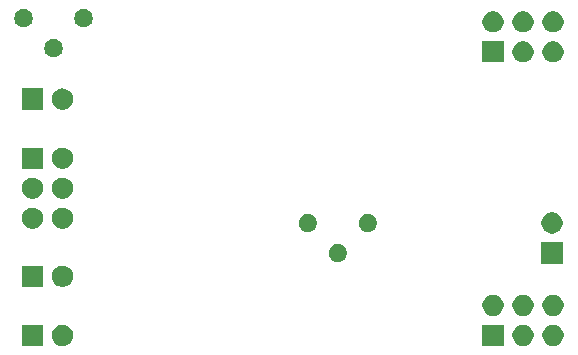
<source format=gbs>
G04 #@! TF.GenerationSoftware,KiCad,Pcbnew,5.1.5+dfsg1-2build2*
G04 #@! TF.CreationDate,2021-11-26T12:56:36+03:00*
G04 #@! TF.ProjectId,VoltReg,566f6c74-5265-4672-9e6b-696361645f70,rev?*
G04 #@! TF.SameCoordinates,Original*
G04 #@! TF.FileFunction,Soldermask,Bot*
G04 #@! TF.FilePolarity,Negative*
%FSLAX46Y46*%
G04 Gerber Fmt 4.6, Leading zero omitted, Abs format (unit mm)*
G04 Created by KiCad (PCBNEW 5.1.5+dfsg1-2build2) date 2021-11-26 12:56:36*
%MOMM*%
%LPD*%
G04 APERTURE LIST*
%ADD10C,0.100000*%
G04 APERTURE END LIST*
D10*
G36*
X123901000Y-80901000D02*
G01*
X122099000Y-80901000D01*
X122099000Y-79099000D01*
X123901000Y-79099000D01*
X123901000Y-80901000D01*
G37*
G36*
X86653512Y-79103927D02*
G01*
X86802812Y-79133624D01*
X86966784Y-79201544D01*
X87114354Y-79300147D01*
X87239853Y-79425646D01*
X87338456Y-79573216D01*
X87406376Y-79737188D01*
X87441000Y-79911259D01*
X87441000Y-80088741D01*
X87406376Y-80262812D01*
X87338456Y-80426784D01*
X87239853Y-80574354D01*
X87114354Y-80699853D01*
X86966784Y-80798456D01*
X86802812Y-80866376D01*
X86653512Y-80896073D01*
X86628742Y-80901000D01*
X86451258Y-80901000D01*
X86426488Y-80896073D01*
X86277188Y-80866376D01*
X86113216Y-80798456D01*
X85965646Y-80699853D01*
X85840147Y-80574354D01*
X85741544Y-80426784D01*
X85673624Y-80262812D01*
X85639000Y-80088741D01*
X85639000Y-79911259D01*
X85673624Y-79737188D01*
X85741544Y-79573216D01*
X85840147Y-79425646D01*
X85965646Y-79300147D01*
X86113216Y-79201544D01*
X86277188Y-79133624D01*
X86426488Y-79103927D01*
X86451258Y-79099000D01*
X86628742Y-79099000D01*
X86653512Y-79103927D01*
G37*
G36*
X84901000Y-80901000D02*
G01*
X83099000Y-80901000D01*
X83099000Y-79099000D01*
X84901000Y-79099000D01*
X84901000Y-80901000D01*
G37*
G36*
X128193512Y-79103927D02*
G01*
X128342812Y-79133624D01*
X128506784Y-79201544D01*
X128654354Y-79300147D01*
X128779853Y-79425646D01*
X128878456Y-79573216D01*
X128946376Y-79737188D01*
X128981000Y-79911259D01*
X128981000Y-80088741D01*
X128946376Y-80262812D01*
X128878456Y-80426784D01*
X128779853Y-80574354D01*
X128654354Y-80699853D01*
X128506784Y-80798456D01*
X128342812Y-80866376D01*
X128193512Y-80896073D01*
X128168742Y-80901000D01*
X127991258Y-80901000D01*
X127966488Y-80896073D01*
X127817188Y-80866376D01*
X127653216Y-80798456D01*
X127505646Y-80699853D01*
X127380147Y-80574354D01*
X127281544Y-80426784D01*
X127213624Y-80262812D01*
X127179000Y-80088741D01*
X127179000Y-79911259D01*
X127213624Y-79737188D01*
X127281544Y-79573216D01*
X127380147Y-79425646D01*
X127505646Y-79300147D01*
X127653216Y-79201544D01*
X127817188Y-79133624D01*
X127966488Y-79103927D01*
X127991258Y-79099000D01*
X128168742Y-79099000D01*
X128193512Y-79103927D01*
G37*
G36*
X125653512Y-79103927D02*
G01*
X125802812Y-79133624D01*
X125966784Y-79201544D01*
X126114354Y-79300147D01*
X126239853Y-79425646D01*
X126338456Y-79573216D01*
X126406376Y-79737188D01*
X126441000Y-79911259D01*
X126441000Y-80088741D01*
X126406376Y-80262812D01*
X126338456Y-80426784D01*
X126239853Y-80574354D01*
X126114354Y-80699853D01*
X125966784Y-80798456D01*
X125802812Y-80866376D01*
X125653512Y-80896073D01*
X125628742Y-80901000D01*
X125451258Y-80901000D01*
X125426488Y-80896073D01*
X125277188Y-80866376D01*
X125113216Y-80798456D01*
X124965646Y-80699853D01*
X124840147Y-80574354D01*
X124741544Y-80426784D01*
X124673624Y-80262812D01*
X124639000Y-80088741D01*
X124639000Y-79911259D01*
X124673624Y-79737188D01*
X124741544Y-79573216D01*
X124840147Y-79425646D01*
X124965646Y-79300147D01*
X125113216Y-79201544D01*
X125277188Y-79133624D01*
X125426488Y-79103927D01*
X125451258Y-79099000D01*
X125628742Y-79099000D01*
X125653512Y-79103927D01*
G37*
G36*
X128193512Y-76563927D02*
G01*
X128342812Y-76593624D01*
X128506784Y-76661544D01*
X128654354Y-76760147D01*
X128779853Y-76885646D01*
X128878456Y-77033216D01*
X128946376Y-77197188D01*
X128981000Y-77371259D01*
X128981000Y-77548741D01*
X128946376Y-77722812D01*
X128878456Y-77886784D01*
X128779853Y-78034354D01*
X128654354Y-78159853D01*
X128506784Y-78258456D01*
X128342812Y-78326376D01*
X128193512Y-78356073D01*
X128168742Y-78361000D01*
X127991258Y-78361000D01*
X127966488Y-78356073D01*
X127817188Y-78326376D01*
X127653216Y-78258456D01*
X127505646Y-78159853D01*
X127380147Y-78034354D01*
X127281544Y-77886784D01*
X127213624Y-77722812D01*
X127179000Y-77548741D01*
X127179000Y-77371259D01*
X127213624Y-77197188D01*
X127281544Y-77033216D01*
X127380147Y-76885646D01*
X127505646Y-76760147D01*
X127653216Y-76661544D01*
X127817188Y-76593624D01*
X127966488Y-76563927D01*
X127991258Y-76559000D01*
X128168742Y-76559000D01*
X128193512Y-76563927D01*
G37*
G36*
X123113512Y-76563927D02*
G01*
X123262812Y-76593624D01*
X123426784Y-76661544D01*
X123574354Y-76760147D01*
X123699853Y-76885646D01*
X123798456Y-77033216D01*
X123866376Y-77197188D01*
X123901000Y-77371259D01*
X123901000Y-77548741D01*
X123866376Y-77722812D01*
X123798456Y-77886784D01*
X123699853Y-78034354D01*
X123574354Y-78159853D01*
X123426784Y-78258456D01*
X123262812Y-78326376D01*
X123113512Y-78356073D01*
X123088742Y-78361000D01*
X122911258Y-78361000D01*
X122886488Y-78356073D01*
X122737188Y-78326376D01*
X122573216Y-78258456D01*
X122425646Y-78159853D01*
X122300147Y-78034354D01*
X122201544Y-77886784D01*
X122133624Y-77722812D01*
X122099000Y-77548741D01*
X122099000Y-77371259D01*
X122133624Y-77197188D01*
X122201544Y-77033216D01*
X122300147Y-76885646D01*
X122425646Y-76760147D01*
X122573216Y-76661544D01*
X122737188Y-76593624D01*
X122886488Y-76563927D01*
X122911258Y-76559000D01*
X123088742Y-76559000D01*
X123113512Y-76563927D01*
G37*
G36*
X125653512Y-76563927D02*
G01*
X125802812Y-76593624D01*
X125966784Y-76661544D01*
X126114354Y-76760147D01*
X126239853Y-76885646D01*
X126338456Y-77033216D01*
X126406376Y-77197188D01*
X126441000Y-77371259D01*
X126441000Y-77548741D01*
X126406376Y-77722812D01*
X126338456Y-77886784D01*
X126239853Y-78034354D01*
X126114354Y-78159853D01*
X125966784Y-78258456D01*
X125802812Y-78326376D01*
X125653512Y-78356073D01*
X125628742Y-78361000D01*
X125451258Y-78361000D01*
X125426488Y-78356073D01*
X125277188Y-78326376D01*
X125113216Y-78258456D01*
X124965646Y-78159853D01*
X124840147Y-78034354D01*
X124741544Y-77886784D01*
X124673624Y-77722812D01*
X124639000Y-77548741D01*
X124639000Y-77371259D01*
X124673624Y-77197188D01*
X124741544Y-77033216D01*
X124840147Y-76885646D01*
X124965646Y-76760147D01*
X125113216Y-76661544D01*
X125277188Y-76593624D01*
X125426488Y-76563927D01*
X125451258Y-76559000D01*
X125628742Y-76559000D01*
X125653512Y-76563927D01*
G37*
G36*
X84901000Y-75901000D02*
G01*
X83099000Y-75901000D01*
X83099000Y-74099000D01*
X84901000Y-74099000D01*
X84901000Y-75901000D01*
G37*
G36*
X86653512Y-74103927D02*
G01*
X86802812Y-74133624D01*
X86966784Y-74201544D01*
X87114354Y-74300147D01*
X87239853Y-74425646D01*
X87338456Y-74573216D01*
X87406376Y-74737188D01*
X87441000Y-74911259D01*
X87441000Y-75088741D01*
X87406376Y-75262812D01*
X87338456Y-75426784D01*
X87239853Y-75574354D01*
X87114354Y-75699853D01*
X86966784Y-75798456D01*
X86802812Y-75866376D01*
X86653512Y-75896073D01*
X86628742Y-75901000D01*
X86451258Y-75901000D01*
X86426488Y-75896073D01*
X86277188Y-75866376D01*
X86113216Y-75798456D01*
X85965646Y-75699853D01*
X85840147Y-75574354D01*
X85741544Y-75426784D01*
X85673624Y-75262812D01*
X85639000Y-75088741D01*
X85639000Y-74911259D01*
X85673624Y-74737188D01*
X85741544Y-74573216D01*
X85840147Y-74425646D01*
X85965646Y-74300147D01*
X86113216Y-74201544D01*
X86277188Y-74133624D01*
X86426488Y-74103927D01*
X86451258Y-74099000D01*
X86628742Y-74099000D01*
X86653512Y-74103927D01*
G37*
G36*
X128901000Y-73926000D02*
G01*
X127099000Y-73926000D01*
X127099000Y-72124000D01*
X128901000Y-72124000D01*
X128901000Y-73926000D01*
G37*
G36*
X109980589Y-72263876D02*
G01*
X110079893Y-72283629D01*
X110220206Y-72341748D01*
X110346484Y-72426125D01*
X110453875Y-72533516D01*
X110538252Y-72659794D01*
X110596371Y-72800107D01*
X110626000Y-72949063D01*
X110626000Y-73100937D01*
X110596371Y-73249893D01*
X110538252Y-73390206D01*
X110453875Y-73516484D01*
X110346484Y-73623875D01*
X110220206Y-73708252D01*
X110079893Y-73766371D01*
X109980589Y-73786124D01*
X109930938Y-73796000D01*
X109779062Y-73796000D01*
X109729411Y-73786124D01*
X109630107Y-73766371D01*
X109489794Y-73708252D01*
X109363516Y-73623875D01*
X109256125Y-73516484D01*
X109171748Y-73390206D01*
X109113629Y-73249893D01*
X109084000Y-73100937D01*
X109084000Y-72949063D01*
X109113629Y-72800107D01*
X109171748Y-72659794D01*
X109256125Y-72533516D01*
X109363516Y-72426125D01*
X109489794Y-72341748D01*
X109630107Y-72283629D01*
X109729411Y-72263876D01*
X109779062Y-72254000D01*
X109930938Y-72254000D01*
X109980589Y-72263876D01*
G37*
G36*
X128113512Y-69588927D02*
G01*
X128262812Y-69618624D01*
X128426784Y-69686544D01*
X128574354Y-69785147D01*
X128699853Y-69910646D01*
X128798456Y-70058216D01*
X128866376Y-70222188D01*
X128901000Y-70396259D01*
X128901000Y-70573741D01*
X128866376Y-70747812D01*
X128798456Y-70911784D01*
X128699853Y-71059354D01*
X128574354Y-71184853D01*
X128426784Y-71283456D01*
X128262812Y-71351376D01*
X128113512Y-71381073D01*
X128088742Y-71386000D01*
X127911258Y-71386000D01*
X127886488Y-71381073D01*
X127737188Y-71351376D01*
X127573216Y-71283456D01*
X127425646Y-71184853D01*
X127300147Y-71059354D01*
X127201544Y-70911784D01*
X127133624Y-70747812D01*
X127099000Y-70573741D01*
X127099000Y-70396259D01*
X127133624Y-70222188D01*
X127201544Y-70058216D01*
X127300147Y-69910646D01*
X127425646Y-69785147D01*
X127573216Y-69686544D01*
X127737188Y-69618624D01*
X127886488Y-69588927D01*
X127911258Y-69584000D01*
X128088742Y-69584000D01*
X128113512Y-69588927D01*
G37*
G36*
X107440589Y-69723876D02*
G01*
X107539893Y-69743629D01*
X107680206Y-69801748D01*
X107806484Y-69886125D01*
X107913875Y-69993516D01*
X107998252Y-70119794D01*
X108056371Y-70260107D01*
X108086000Y-70409063D01*
X108086000Y-70560937D01*
X108056371Y-70709893D01*
X107998252Y-70850206D01*
X107913875Y-70976484D01*
X107806484Y-71083875D01*
X107680206Y-71168252D01*
X107539893Y-71226371D01*
X107440589Y-71246124D01*
X107390938Y-71256000D01*
X107239062Y-71256000D01*
X107189411Y-71246124D01*
X107090107Y-71226371D01*
X106949794Y-71168252D01*
X106823516Y-71083875D01*
X106716125Y-70976484D01*
X106631748Y-70850206D01*
X106573629Y-70709893D01*
X106544000Y-70560937D01*
X106544000Y-70409063D01*
X106573629Y-70260107D01*
X106631748Y-70119794D01*
X106716125Y-69993516D01*
X106823516Y-69886125D01*
X106949794Y-69801748D01*
X107090107Y-69743629D01*
X107189411Y-69723876D01*
X107239062Y-69714000D01*
X107390938Y-69714000D01*
X107440589Y-69723876D01*
G37*
G36*
X112520589Y-69723876D02*
G01*
X112619893Y-69743629D01*
X112760206Y-69801748D01*
X112886484Y-69886125D01*
X112993875Y-69993516D01*
X113078252Y-70119794D01*
X113136371Y-70260107D01*
X113166000Y-70409063D01*
X113166000Y-70560937D01*
X113136371Y-70709893D01*
X113078252Y-70850206D01*
X112993875Y-70976484D01*
X112886484Y-71083875D01*
X112760206Y-71168252D01*
X112619893Y-71226371D01*
X112520589Y-71246124D01*
X112470938Y-71256000D01*
X112319062Y-71256000D01*
X112269411Y-71246124D01*
X112170107Y-71226371D01*
X112029794Y-71168252D01*
X111903516Y-71083875D01*
X111796125Y-70976484D01*
X111711748Y-70850206D01*
X111653629Y-70709893D01*
X111624000Y-70560937D01*
X111624000Y-70409063D01*
X111653629Y-70260107D01*
X111711748Y-70119794D01*
X111796125Y-69993516D01*
X111903516Y-69886125D01*
X112029794Y-69801748D01*
X112170107Y-69743629D01*
X112269411Y-69723876D01*
X112319062Y-69714000D01*
X112470938Y-69714000D01*
X112520589Y-69723876D01*
G37*
G36*
X86653512Y-69183927D02*
G01*
X86802812Y-69213624D01*
X86966784Y-69281544D01*
X87114354Y-69380147D01*
X87239853Y-69505646D01*
X87338456Y-69653216D01*
X87406376Y-69817188D01*
X87441000Y-69991259D01*
X87441000Y-70168741D01*
X87406376Y-70342812D01*
X87338456Y-70506784D01*
X87239853Y-70654354D01*
X87114354Y-70779853D01*
X86966784Y-70878456D01*
X86802812Y-70946376D01*
X86653512Y-70976073D01*
X86628742Y-70981000D01*
X86451258Y-70981000D01*
X86426488Y-70976073D01*
X86277188Y-70946376D01*
X86113216Y-70878456D01*
X85965646Y-70779853D01*
X85840147Y-70654354D01*
X85741544Y-70506784D01*
X85673624Y-70342812D01*
X85639000Y-70168741D01*
X85639000Y-69991259D01*
X85673624Y-69817188D01*
X85741544Y-69653216D01*
X85840147Y-69505646D01*
X85965646Y-69380147D01*
X86113216Y-69281544D01*
X86277188Y-69213624D01*
X86426488Y-69183927D01*
X86451258Y-69179000D01*
X86628742Y-69179000D01*
X86653512Y-69183927D01*
G37*
G36*
X84113512Y-69183927D02*
G01*
X84262812Y-69213624D01*
X84426784Y-69281544D01*
X84574354Y-69380147D01*
X84699853Y-69505646D01*
X84798456Y-69653216D01*
X84866376Y-69817188D01*
X84901000Y-69991259D01*
X84901000Y-70168741D01*
X84866376Y-70342812D01*
X84798456Y-70506784D01*
X84699853Y-70654354D01*
X84574354Y-70779853D01*
X84426784Y-70878456D01*
X84262812Y-70946376D01*
X84113512Y-70976073D01*
X84088742Y-70981000D01*
X83911258Y-70981000D01*
X83886488Y-70976073D01*
X83737188Y-70946376D01*
X83573216Y-70878456D01*
X83425646Y-70779853D01*
X83300147Y-70654354D01*
X83201544Y-70506784D01*
X83133624Y-70342812D01*
X83099000Y-70168741D01*
X83099000Y-69991259D01*
X83133624Y-69817188D01*
X83201544Y-69653216D01*
X83300147Y-69505646D01*
X83425646Y-69380147D01*
X83573216Y-69281544D01*
X83737188Y-69213624D01*
X83886488Y-69183927D01*
X83911258Y-69179000D01*
X84088742Y-69179000D01*
X84113512Y-69183927D01*
G37*
G36*
X84113512Y-66643927D02*
G01*
X84262812Y-66673624D01*
X84426784Y-66741544D01*
X84574354Y-66840147D01*
X84699853Y-66965646D01*
X84798456Y-67113216D01*
X84866376Y-67277188D01*
X84901000Y-67451259D01*
X84901000Y-67628741D01*
X84866376Y-67802812D01*
X84798456Y-67966784D01*
X84699853Y-68114354D01*
X84574354Y-68239853D01*
X84426784Y-68338456D01*
X84262812Y-68406376D01*
X84113512Y-68436073D01*
X84088742Y-68441000D01*
X83911258Y-68441000D01*
X83886488Y-68436073D01*
X83737188Y-68406376D01*
X83573216Y-68338456D01*
X83425646Y-68239853D01*
X83300147Y-68114354D01*
X83201544Y-67966784D01*
X83133624Y-67802812D01*
X83099000Y-67628741D01*
X83099000Y-67451259D01*
X83133624Y-67277188D01*
X83201544Y-67113216D01*
X83300147Y-66965646D01*
X83425646Y-66840147D01*
X83573216Y-66741544D01*
X83737188Y-66673624D01*
X83886488Y-66643927D01*
X83911258Y-66639000D01*
X84088742Y-66639000D01*
X84113512Y-66643927D01*
G37*
G36*
X86653512Y-66643927D02*
G01*
X86802812Y-66673624D01*
X86966784Y-66741544D01*
X87114354Y-66840147D01*
X87239853Y-66965646D01*
X87338456Y-67113216D01*
X87406376Y-67277188D01*
X87441000Y-67451259D01*
X87441000Y-67628741D01*
X87406376Y-67802812D01*
X87338456Y-67966784D01*
X87239853Y-68114354D01*
X87114354Y-68239853D01*
X86966784Y-68338456D01*
X86802812Y-68406376D01*
X86653512Y-68436073D01*
X86628742Y-68441000D01*
X86451258Y-68441000D01*
X86426488Y-68436073D01*
X86277188Y-68406376D01*
X86113216Y-68338456D01*
X85965646Y-68239853D01*
X85840147Y-68114354D01*
X85741544Y-67966784D01*
X85673624Y-67802812D01*
X85639000Y-67628741D01*
X85639000Y-67451259D01*
X85673624Y-67277188D01*
X85741544Y-67113216D01*
X85840147Y-66965646D01*
X85965646Y-66840147D01*
X86113216Y-66741544D01*
X86277188Y-66673624D01*
X86426488Y-66643927D01*
X86451258Y-66639000D01*
X86628742Y-66639000D01*
X86653512Y-66643927D01*
G37*
G36*
X84901000Y-65901000D02*
G01*
X83099000Y-65901000D01*
X83099000Y-64099000D01*
X84901000Y-64099000D01*
X84901000Y-65901000D01*
G37*
G36*
X86653512Y-64103927D02*
G01*
X86802812Y-64133624D01*
X86966784Y-64201544D01*
X87114354Y-64300147D01*
X87239853Y-64425646D01*
X87338456Y-64573216D01*
X87406376Y-64737188D01*
X87441000Y-64911259D01*
X87441000Y-65088741D01*
X87406376Y-65262812D01*
X87338456Y-65426784D01*
X87239853Y-65574354D01*
X87114354Y-65699853D01*
X86966784Y-65798456D01*
X86802812Y-65866376D01*
X86653512Y-65896073D01*
X86628742Y-65901000D01*
X86451258Y-65901000D01*
X86426488Y-65896073D01*
X86277188Y-65866376D01*
X86113216Y-65798456D01*
X85965646Y-65699853D01*
X85840147Y-65574354D01*
X85741544Y-65426784D01*
X85673624Y-65262812D01*
X85639000Y-65088741D01*
X85639000Y-64911259D01*
X85673624Y-64737188D01*
X85741544Y-64573216D01*
X85840147Y-64425646D01*
X85965646Y-64300147D01*
X86113216Y-64201544D01*
X86277188Y-64133624D01*
X86426488Y-64103927D01*
X86451258Y-64099000D01*
X86628742Y-64099000D01*
X86653512Y-64103927D01*
G37*
G36*
X84901000Y-60901000D02*
G01*
X83099000Y-60901000D01*
X83099000Y-59099000D01*
X84901000Y-59099000D01*
X84901000Y-60901000D01*
G37*
G36*
X86653512Y-59103927D02*
G01*
X86802812Y-59133624D01*
X86966784Y-59201544D01*
X87114354Y-59300147D01*
X87239853Y-59425646D01*
X87338456Y-59573216D01*
X87406376Y-59737188D01*
X87441000Y-59911259D01*
X87441000Y-60088741D01*
X87406376Y-60262812D01*
X87338456Y-60426784D01*
X87239853Y-60574354D01*
X87114354Y-60699853D01*
X86966784Y-60798456D01*
X86802812Y-60866376D01*
X86653512Y-60896073D01*
X86628742Y-60901000D01*
X86451258Y-60901000D01*
X86426488Y-60896073D01*
X86277188Y-60866376D01*
X86113216Y-60798456D01*
X85965646Y-60699853D01*
X85840147Y-60574354D01*
X85741544Y-60426784D01*
X85673624Y-60262812D01*
X85639000Y-60088741D01*
X85639000Y-59911259D01*
X85673624Y-59737188D01*
X85741544Y-59573216D01*
X85840147Y-59425646D01*
X85965646Y-59300147D01*
X86113216Y-59201544D01*
X86277188Y-59133624D01*
X86426488Y-59103927D01*
X86451258Y-59099000D01*
X86628742Y-59099000D01*
X86653512Y-59103927D01*
G37*
G36*
X123901000Y-56901000D02*
G01*
X122099000Y-56901000D01*
X122099000Y-55099000D01*
X123901000Y-55099000D01*
X123901000Y-56901000D01*
G37*
G36*
X125653512Y-55103927D02*
G01*
X125802812Y-55133624D01*
X125966784Y-55201544D01*
X126114354Y-55300147D01*
X126239853Y-55425646D01*
X126338456Y-55573216D01*
X126406376Y-55737188D01*
X126441000Y-55911259D01*
X126441000Y-56088741D01*
X126406376Y-56262812D01*
X126338456Y-56426784D01*
X126239853Y-56574354D01*
X126114354Y-56699853D01*
X125966784Y-56798456D01*
X125802812Y-56866376D01*
X125653512Y-56896073D01*
X125628742Y-56901000D01*
X125451258Y-56901000D01*
X125426488Y-56896073D01*
X125277188Y-56866376D01*
X125113216Y-56798456D01*
X124965646Y-56699853D01*
X124840147Y-56574354D01*
X124741544Y-56426784D01*
X124673624Y-56262812D01*
X124639000Y-56088741D01*
X124639000Y-55911259D01*
X124673624Y-55737188D01*
X124741544Y-55573216D01*
X124840147Y-55425646D01*
X124965646Y-55300147D01*
X125113216Y-55201544D01*
X125277188Y-55133624D01*
X125426488Y-55103927D01*
X125451258Y-55099000D01*
X125628742Y-55099000D01*
X125653512Y-55103927D01*
G37*
G36*
X128193512Y-55103927D02*
G01*
X128342812Y-55133624D01*
X128506784Y-55201544D01*
X128654354Y-55300147D01*
X128779853Y-55425646D01*
X128878456Y-55573216D01*
X128946376Y-55737188D01*
X128981000Y-55911259D01*
X128981000Y-56088741D01*
X128946376Y-56262812D01*
X128878456Y-56426784D01*
X128779853Y-56574354D01*
X128654354Y-56699853D01*
X128506784Y-56798456D01*
X128342812Y-56866376D01*
X128193512Y-56896073D01*
X128168742Y-56901000D01*
X127991258Y-56901000D01*
X127966488Y-56896073D01*
X127817188Y-56866376D01*
X127653216Y-56798456D01*
X127505646Y-56699853D01*
X127380147Y-56574354D01*
X127281544Y-56426784D01*
X127213624Y-56262812D01*
X127179000Y-56088741D01*
X127179000Y-55911259D01*
X127213624Y-55737188D01*
X127281544Y-55573216D01*
X127380147Y-55425646D01*
X127505646Y-55300147D01*
X127653216Y-55201544D01*
X127817188Y-55133624D01*
X127966488Y-55103927D01*
X127991258Y-55099000D01*
X128168742Y-55099000D01*
X128193512Y-55103927D01*
G37*
G36*
X85913589Y-54933876D02*
G01*
X86012893Y-54953629D01*
X86153206Y-55011748D01*
X86279484Y-55096125D01*
X86386875Y-55203516D01*
X86471252Y-55329794D01*
X86529371Y-55470107D01*
X86559000Y-55619063D01*
X86559000Y-55770937D01*
X86529371Y-55919893D01*
X86471252Y-56060206D01*
X86386875Y-56186484D01*
X86279484Y-56293875D01*
X86153206Y-56378252D01*
X86012893Y-56436371D01*
X85913589Y-56456124D01*
X85863938Y-56466000D01*
X85712062Y-56466000D01*
X85662411Y-56456124D01*
X85563107Y-56436371D01*
X85422794Y-56378252D01*
X85296516Y-56293875D01*
X85189125Y-56186484D01*
X85104748Y-56060206D01*
X85046629Y-55919893D01*
X85017000Y-55770937D01*
X85017000Y-55619063D01*
X85046629Y-55470107D01*
X85104748Y-55329794D01*
X85189125Y-55203516D01*
X85296516Y-55096125D01*
X85422794Y-55011748D01*
X85563107Y-54953629D01*
X85662411Y-54933876D01*
X85712062Y-54924000D01*
X85863938Y-54924000D01*
X85913589Y-54933876D01*
G37*
G36*
X128193512Y-52563927D02*
G01*
X128342812Y-52593624D01*
X128506784Y-52661544D01*
X128654354Y-52760147D01*
X128779853Y-52885646D01*
X128878456Y-53033216D01*
X128946376Y-53197188D01*
X128981000Y-53371259D01*
X128981000Y-53548741D01*
X128946376Y-53722812D01*
X128878456Y-53886784D01*
X128779853Y-54034354D01*
X128654354Y-54159853D01*
X128506784Y-54258456D01*
X128342812Y-54326376D01*
X128193512Y-54356073D01*
X128168742Y-54361000D01*
X127991258Y-54361000D01*
X127966488Y-54356073D01*
X127817188Y-54326376D01*
X127653216Y-54258456D01*
X127505646Y-54159853D01*
X127380147Y-54034354D01*
X127281544Y-53886784D01*
X127213624Y-53722812D01*
X127179000Y-53548741D01*
X127179000Y-53371259D01*
X127213624Y-53197188D01*
X127281544Y-53033216D01*
X127380147Y-52885646D01*
X127505646Y-52760147D01*
X127653216Y-52661544D01*
X127817188Y-52593624D01*
X127966488Y-52563927D01*
X127991258Y-52559000D01*
X128168742Y-52559000D01*
X128193512Y-52563927D01*
G37*
G36*
X123113512Y-52563927D02*
G01*
X123262812Y-52593624D01*
X123426784Y-52661544D01*
X123574354Y-52760147D01*
X123699853Y-52885646D01*
X123798456Y-53033216D01*
X123866376Y-53197188D01*
X123901000Y-53371259D01*
X123901000Y-53548741D01*
X123866376Y-53722812D01*
X123798456Y-53886784D01*
X123699853Y-54034354D01*
X123574354Y-54159853D01*
X123426784Y-54258456D01*
X123262812Y-54326376D01*
X123113512Y-54356073D01*
X123088742Y-54361000D01*
X122911258Y-54361000D01*
X122886488Y-54356073D01*
X122737188Y-54326376D01*
X122573216Y-54258456D01*
X122425646Y-54159853D01*
X122300147Y-54034354D01*
X122201544Y-53886784D01*
X122133624Y-53722812D01*
X122099000Y-53548741D01*
X122099000Y-53371259D01*
X122133624Y-53197188D01*
X122201544Y-53033216D01*
X122300147Y-52885646D01*
X122425646Y-52760147D01*
X122573216Y-52661544D01*
X122737188Y-52593624D01*
X122886488Y-52563927D01*
X122911258Y-52559000D01*
X123088742Y-52559000D01*
X123113512Y-52563927D01*
G37*
G36*
X125653512Y-52563927D02*
G01*
X125802812Y-52593624D01*
X125966784Y-52661544D01*
X126114354Y-52760147D01*
X126239853Y-52885646D01*
X126338456Y-53033216D01*
X126406376Y-53197188D01*
X126441000Y-53371259D01*
X126441000Y-53548741D01*
X126406376Y-53722812D01*
X126338456Y-53886784D01*
X126239853Y-54034354D01*
X126114354Y-54159853D01*
X125966784Y-54258456D01*
X125802812Y-54326376D01*
X125653512Y-54356073D01*
X125628742Y-54361000D01*
X125451258Y-54361000D01*
X125426488Y-54356073D01*
X125277188Y-54326376D01*
X125113216Y-54258456D01*
X124965646Y-54159853D01*
X124840147Y-54034354D01*
X124741544Y-53886784D01*
X124673624Y-53722812D01*
X124639000Y-53548741D01*
X124639000Y-53371259D01*
X124673624Y-53197188D01*
X124741544Y-53033216D01*
X124840147Y-52885646D01*
X124965646Y-52760147D01*
X125113216Y-52661544D01*
X125277188Y-52593624D01*
X125426488Y-52563927D01*
X125451258Y-52559000D01*
X125628742Y-52559000D01*
X125653512Y-52563927D01*
G37*
G36*
X88453589Y-52393876D02*
G01*
X88552893Y-52413629D01*
X88693206Y-52471748D01*
X88819484Y-52556125D01*
X88926875Y-52663516D01*
X89011252Y-52789794D01*
X89069371Y-52930107D01*
X89099000Y-53079063D01*
X89099000Y-53230937D01*
X89069371Y-53379893D01*
X89011252Y-53520206D01*
X88926875Y-53646484D01*
X88819484Y-53753875D01*
X88693206Y-53838252D01*
X88552893Y-53896371D01*
X88453589Y-53916124D01*
X88403938Y-53926000D01*
X88252062Y-53926000D01*
X88202411Y-53916124D01*
X88103107Y-53896371D01*
X87962794Y-53838252D01*
X87836516Y-53753875D01*
X87729125Y-53646484D01*
X87644748Y-53520206D01*
X87586629Y-53379893D01*
X87557000Y-53230937D01*
X87557000Y-53079063D01*
X87586629Y-52930107D01*
X87644748Y-52789794D01*
X87729125Y-52663516D01*
X87836516Y-52556125D01*
X87962794Y-52471748D01*
X88103107Y-52413629D01*
X88202411Y-52393876D01*
X88252062Y-52384000D01*
X88403938Y-52384000D01*
X88453589Y-52393876D01*
G37*
G36*
X83373589Y-52393876D02*
G01*
X83472893Y-52413629D01*
X83613206Y-52471748D01*
X83739484Y-52556125D01*
X83846875Y-52663516D01*
X83931252Y-52789794D01*
X83989371Y-52930107D01*
X84019000Y-53079063D01*
X84019000Y-53230937D01*
X83989371Y-53379893D01*
X83931252Y-53520206D01*
X83846875Y-53646484D01*
X83739484Y-53753875D01*
X83613206Y-53838252D01*
X83472893Y-53896371D01*
X83373589Y-53916124D01*
X83323938Y-53926000D01*
X83172062Y-53926000D01*
X83122411Y-53916124D01*
X83023107Y-53896371D01*
X82882794Y-53838252D01*
X82756516Y-53753875D01*
X82649125Y-53646484D01*
X82564748Y-53520206D01*
X82506629Y-53379893D01*
X82477000Y-53230937D01*
X82477000Y-53079063D01*
X82506629Y-52930107D01*
X82564748Y-52789794D01*
X82649125Y-52663516D01*
X82756516Y-52556125D01*
X82882794Y-52471748D01*
X83023107Y-52413629D01*
X83122411Y-52393876D01*
X83172062Y-52384000D01*
X83323938Y-52384000D01*
X83373589Y-52393876D01*
G37*
M02*

</source>
